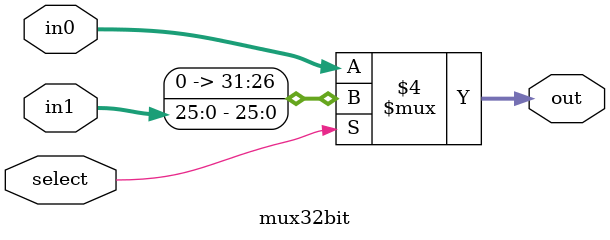
<source format=v>
`timescale 1ns / 1ps
module mux32bit(in0, in1, select, out);
    input wire select; 
    input wire [31:0] in0;
    input wire [25:0] in1;
    output reg[31:0] out;

    always @(*)
    begin
        if(select == 0)
        begin
            out <= in0;
        end
        else begin
            out <= {{6{1'b0}},in1};
        end
    end

endmodule 
</source>
